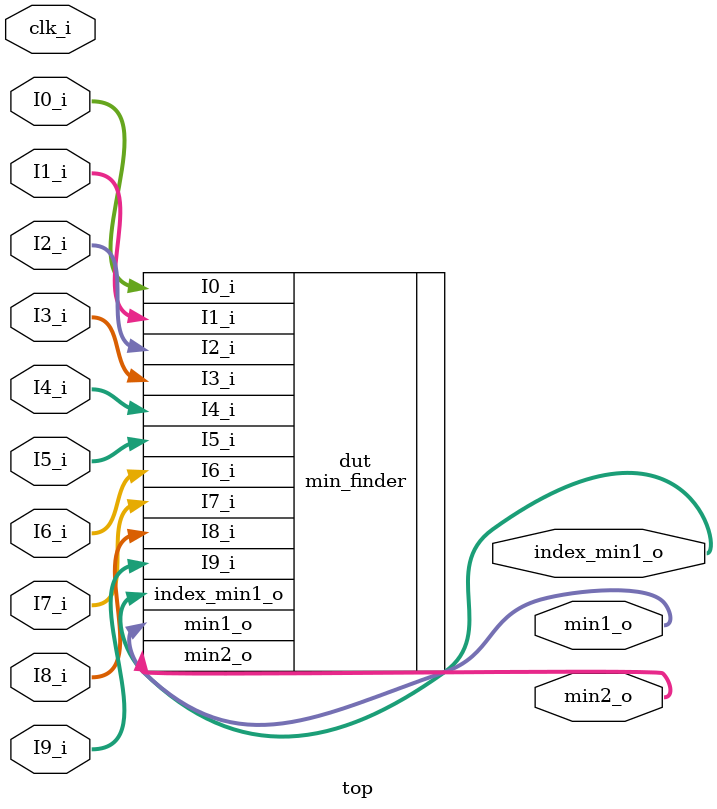
<source format=sv>
/* verilator lint_off UNUSED */
module top#(parameter N_number = 10,
                      N_bit    = 4)(
    //inputs
    input logic clk_i,
    input logic [N_bit-1:0] I0_i,
    input logic [N_bit-1:0] I1_i,
    input logic [N_bit-1:0] I2_i,
    input logic [N_bit-1:0] I3_i,
    input logic [N_bit-1:0] I4_i,
    input logic [N_bit-1:0] I5_i,
    input logic [N_bit-1:0] I6_i,
    input logic [N_bit-1:0] I7_i,
    input logic [N_bit-1:0] I8_i,
    input logic [N_bit-1:0] I9_i,
    //outputs
    output logic [N_bit-1:0] min1_o,
    output logic [N_bit-1:0] min2_o,
    output logic [N_bit-1:0] index_min1_o
);
    //code
    min_finder dut(
        .I0_i          (I0_i),
        .I1_i          (I1_i),
        .I2_i          (I2_i),
        .I3_i          (I3_i),
        .I4_i          (I4_i),
        .I5_i          (I5_i),
        .I6_i          (I6_i),
        .I7_i          (I7_i),
        .I8_i          (I8_i),
        .I9_i          (I9_i),
        .min1_o        (min1_o),
        .min2_o        (min2_o),
        .index_min1_o  (index_min1_o)
    );
endmodule : top

</source>
